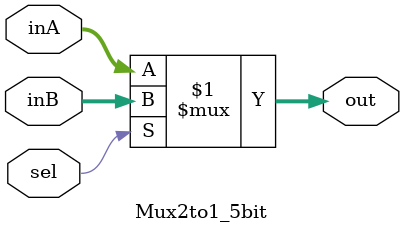
<source format=v>
`timescale 1ns/100ps
module Mux2to1_5bit (inA, inB, sel, out);
input [4:0] inA, inB;
input sel;
output [4:0] out;

assign out = sel ? inB : inA;

endmodule

</source>
